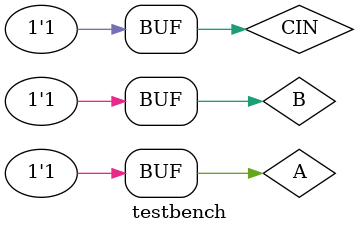
<source format=v>
module testbench;
	reg A;
	reg B;
	reg CIN;
	wire SUM;
	wire COUT;

fa FA(.a(A), .b(B), .cin(CIN), .sum(SUM), .cout(COUT));

initial begin
	$monitor("A=%b B=%b CIN=%b SUM=%b COUT=%b",A,B,CIN,SUM,COUT);
#0 A=1'b0; B=1'b0; CIN=1'b0;
#1 A=1'b0; B=1'b0; CIN=1'b1;
#1 A=1'b0; B=1'b1; CIN=1'b0;
#1 A=1'b0; B=1'b1; CIN=1'b1;
#1 A=1'b1; B=1'b0; CIN=1'b0;
#1 A=1'b1; B=1'b0; CIN=1'b1;
#1 A=1'b1; B=1'b1; CIN=1'b0;
#1 A=1'b1; B=1'b1; CIN=1'b1;
end
endmodule
















</source>
